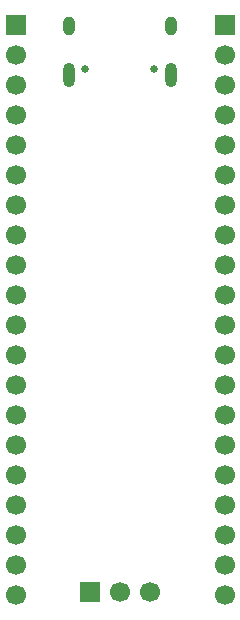
<source format=gbr>
%TF.GenerationSoftware,KiCad,Pcbnew,9.0.5*%
%TF.CreationDate,2025-12-04T18:44:12-08:00*%
%TF.ProjectId,devboard,64657662-6f61-4726-942e-6b696361645f,rev?*%
%TF.SameCoordinates,Original*%
%TF.FileFunction,Soldermask,Bot*%
%TF.FilePolarity,Negative*%
%FSLAX46Y46*%
G04 Gerber Fmt 4.6, Leading zero omitted, Abs format (unit mm)*
G04 Created by KiCad (PCBNEW 9.0.5) date 2025-12-04 18:44:12*
%MOMM*%
%LPD*%
G01*
G04 APERTURE LIST*
%ADD10R,1.700000X1.700000*%
%ADD11C,1.700000*%
%ADD12C,0.650000*%
%ADD13O,1.000000X2.100000*%
%ADD14O,1.000000X1.600000*%
G04 APERTURE END LIST*
D10*
%TO.C,J2*%
X144490000Y-59140000D03*
D11*
X144490000Y-61680000D03*
X144490000Y-64220000D03*
X144490000Y-66760000D03*
X144490000Y-69300000D03*
X144490000Y-71840000D03*
X144490000Y-74380000D03*
X144490000Y-76920000D03*
X144490000Y-79460000D03*
X144490000Y-82000000D03*
X144490000Y-84540000D03*
X144490000Y-87080000D03*
X144490000Y-89620000D03*
X144490000Y-92160000D03*
X144490000Y-94700000D03*
X144490000Y-97240000D03*
X144490000Y-99780000D03*
X144490000Y-102320000D03*
X144490000Y-104860000D03*
X144490000Y-107400000D03*
%TD*%
D10*
%TO.C,J4*%
X150740000Y-107120000D03*
D11*
X153280000Y-107120000D03*
X155820000Y-107120000D03*
%TD*%
D10*
%TO.C,J3*%
X162170000Y-59100000D03*
D11*
X162170000Y-61640000D03*
X162170000Y-64180000D03*
X162170000Y-66720000D03*
X162170000Y-69260000D03*
X162170000Y-71800000D03*
X162170000Y-74340000D03*
X162170000Y-76880000D03*
X162170000Y-79420000D03*
X162170000Y-81960000D03*
X162170000Y-84500000D03*
X162170000Y-87040000D03*
X162170000Y-89580000D03*
X162170000Y-92120000D03*
X162170000Y-94660000D03*
X162170000Y-97200000D03*
X162170000Y-99740000D03*
X162170000Y-102280000D03*
X162170000Y-104820000D03*
X162170000Y-107360000D03*
%TD*%
D12*
%TO.C,J1*%
X156170000Y-62830000D03*
X150390000Y-62830000D03*
D13*
X157600000Y-63360000D03*
D14*
X157600000Y-59180000D03*
D13*
X148960000Y-63360000D03*
D14*
X148960000Y-59180000D03*
%TD*%
M02*

</source>
